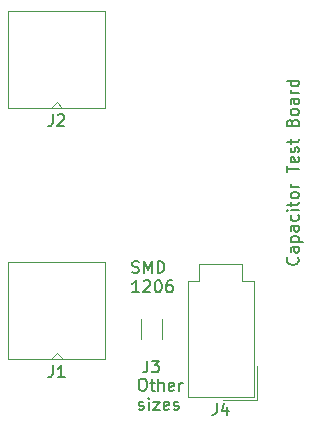
<source format=gbr>
%TF.GenerationSoftware,KiCad,Pcbnew,7.0.1*%
%TF.CreationDate,2023-11-03T16:47:46+00:00*%
%TF.ProjectId,SMA_Kondensator_Tets,534d415f-4b6f-46e6-9465-6e7361746f72,rev?*%
%TF.SameCoordinates,Original*%
%TF.FileFunction,Legend,Top*%
%TF.FilePolarity,Positive*%
%FSLAX46Y46*%
G04 Gerber Fmt 4.6, Leading zero omitted, Abs format (unit mm)*
G04 Created by KiCad (PCBNEW 7.0.1) date 2023-11-03 16:47:46*
%MOMM*%
%LPD*%
G01*
G04 APERTURE LIST*
%ADD10C,0.150000*%
%ADD11C,0.120000*%
G04 APERTURE END LIST*
D10*
X124818571Y-95477619D02*
X125009047Y-95477619D01*
X125009047Y-95477619D02*
X125104285Y-95525238D01*
X125104285Y-95525238D02*
X125199523Y-95620476D01*
X125199523Y-95620476D02*
X125247142Y-95810952D01*
X125247142Y-95810952D02*
X125247142Y-96144285D01*
X125247142Y-96144285D02*
X125199523Y-96334761D01*
X125199523Y-96334761D02*
X125104285Y-96430000D01*
X125104285Y-96430000D02*
X125009047Y-96477619D01*
X125009047Y-96477619D02*
X124818571Y-96477619D01*
X124818571Y-96477619D02*
X124723333Y-96430000D01*
X124723333Y-96430000D02*
X124628095Y-96334761D01*
X124628095Y-96334761D02*
X124580476Y-96144285D01*
X124580476Y-96144285D02*
X124580476Y-95810952D01*
X124580476Y-95810952D02*
X124628095Y-95620476D01*
X124628095Y-95620476D02*
X124723333Y-95525238D01*
X124723333Y-95525238D02*
X124818571Y-95477619D01*
X125532857Y-95810952D02*
X125913809Y-95810952D01*
X125675714Y-95477619D02*
X125675714Y-96334761D01*
X125675714Y-96334761D02*
X125723333Y-96430000D01*
X125723333Y-96430000D02*
X125818571Y-96477619D01*
X125818571Y-96477619D02*
X125913809Y-96477619D01*
X126247143Y-96477619D02*
X126247143Y-95477619D01*
X126675714Y-96477619D02*
X126675714Y-95953809D01*
X126675714Y-95953809D02*
X126628095Y-95858571D01*
X126628095Y-95858571D02*
X126532857Y-95810952D01*
X126532857Y-95810952D02*
X126390000Y-95810952D01*
X126390000Y-95810952D02*
X126294762Y-95858571D01*
X126294762Y-95858571D02*
X126247143Y-95906190D01*
X127532857Y-96430000D02*
X127437619Y-96477619D01*
X127437619Y-96477619D02*
X127247143Y-96477619D01*
X127247143Y-96477619D02*
X127151905Y-96430000D01*
X127151905Y-96430000D02*
X127104286Y-96334761D01*
X127104286Y-96334761D02*
X127104286Y-95953809D01*
X127104286Y-95953809D02*
X127151905Y-95858571D01*
X127151905Y-95858571D02*
X127247143Y-95810952D01*
X127247143Y-95810952D02*
X127437619Y-95810952D01*
X127437619Y-95810952D02*
X127532857Y-95858571D01*
X127532857Y-95858571D02*
X127580476Y-95953809D01*
X127580476Y-95953809D02*
X127580476Y-96049047D01*
X127580476Y-96049047D02*
X127104286Y-96144285D01*
X128009048Y-96477619D02*
X128009048Y-95810952D01*
X128009048Y-96001428D02*
X128056667Y-95906190D01*
X128056667Y-95906190D02*
X128104286Y-95858571D01*
X128104286Y-95858571D02*
X128199524Y-95810952D01*
X128199524Y-95810952D02*
X128294762Y-95810952D01*
X124580476Y-98050000D02*
X124675714Y-98097619D01*
X124675714Y-98097619D02*
X124866190Y-98097619D01*
X124866190Y-98097619D02*
X124961428Y-98050000D01*
X124961428Y-98050000D02*
X125009047Y-97954761D01*
X125009047Y-97954761D02*
X125009047Y-97907142D01*
X125009047Y-97907142D02*
X124961428Y-97811904D01*
X124961428Y-97811904D02*
X124866190Y-97764285D01*
X124866190Y-97764285D02*
X124723333Y-97764285D01*
X124723333Y-97764285D02*
X124628095Y-97716666D01*
X124628095Y-97716666D02*
X124580476Y-97621428D01*
X124580476Y-97621428D02*
X124580476Y-97573809D01*
X124580476Y-97573809D02*
X124628095Y-97478571D01*
X124628095Y-97478571D02*
X124723333Y-97430952D01*
X124723333Y-97430952D02*
X124866190Y-97430952D01*
X124866190Y-97430952D02*
X124961428Y-97478571D01*
X125437619Y-98097619D02*
X125437619Y-97430952D01*
X125437619Y-97097619D02*
X125390000Y-97145238D01*
X125390000Y-97145238D02*
X125437619Y-97192857D01*
X125437619Y-97192857D02*
X125485238Y-97145238D01*
X125485238Y-97145238D02*
X125437619Y-97097619D01*
X125437619Y-97097619D02*
X125437619Y-97192857D01*
X125818571Y-97430952D02*
X126342380Y-97430952D01*
X126342380Y-97430952D02*
X125818571Y-98097619D01*
X125818571Y-98097619D02*
X126342380Y-98097619D01*
X127104285Y-98050000D02*
X127009047Y-98097619D01*
X127009047Y-98097619D02*
X126818571Y-98097619D01*
X126818571Y-98097619D02*
X126723333Y-98050000D01*
X126723333Y-98050000D02*
X126675714Y-97954761D01*
X126675714Y-97954761D02*
X126675714Y-97573809D01*
X126675714Y-97573809D02*
X126723333Y-97478571D01*
X126723333Y-97478571D02*
X126818571Y-97430952D01*
X126818571Y-97430952D02*
X127009047Y-97430952D01*
X127009047Y-97430952D02*
X127104285Y-97478571D01*
X127104285Y-97478571D02*
X127151904Y-97573809D01*
X127151904Y-97573809D02*
X127151904Y-97669047D01*
X127151904Y-97669047D02*
X126675714Y-97764285D01*
X127532857Y-98050000D02*
X127628095Y-98097619D01*
X127628095Y-98097619D02*
X127818571Y-98097619D01*
X127818571Y-98097619D02*
X127913809Y-98050000D01*
X127913809Y-98050000D02*
X127961428Y-97954761D01*
X127961428Y-97954761D02*
X127961428Y-97907142D01*
X127961428Y-97907142D02*
X127913809Y-97811904D01*
X127913809Y-97811904D02*
X127818571Y-97764285D01*
X127818571Y-97764285D02*
X127675714Y-97764285D01*
X127675714Y-97764285D02*
X127580476Y-97716666D01*
X127580476Y-97716666D02*
X127532857Y-97621428D01*
X127532857Y-97621428D02*
X127532857Y-97573809D01*
X127532857Y-97573809D02*
X127580476Y-97478571D01*
X127580476Y-97478571D02*
X127675714Y-97430952D01*
X127675714Y-97430952D02*
X127818571Y-97430952D01*
X127818571Y-97430952D02*
X127913809Y-97478571D01*
X138022380Y-85200476D02*
X138070000Y-85248095D01*
X138070000Y-85248095D02*
X138117619Y-85390952D01*
X138117619Y-85390952D02*
X138117619Y-85486190D01*
X138117619Y-85486190D02*
X138070000Y-85629047D01*
X138070000Y-85629047D02*
X137974761Y-85724285D01*
X137974761Y-85724285D02*
X137879523Y-85771904D01*
X137879523Y-85771904D02*
X137689047Y-85819523D01*
X137689047Y-85819523D02*
X137546190Y-85819523D01*
X137546190Y-85819523D02*
X137355714Y-85771904D01*
X137355714Y-85771904D02*
X137260476Y-85724285D01*
X137260476Y-85724285D02*
X137165238Y-85629047D01*
X137165238Y-85629047D02*
X137117619Y-85486190D01*
X137117619Y-85486190D02*
X137117619Y-85390952D01*
X137117619Y-85390952D02*
X137165238Y-85248095D01*
X137165238Y-85248095D02*
X137212857Y-85200476D01*
X138117619Y-84343333D02*
X137593809Y-84343333D01*
X137593809Y-84343333D02*
X137498571Y-84390952D01*
X137498571Y-84390952D02*
X137450952Y-84486190D01*
X137450952Y-84486190D02*
X137450952Y-84676666D01*
X137450952Y-84676666D02*
X137498571Y-84771904D01*
X138070000Y-84343333D02*
X138117619Y-84438571D01*
X138117619Y-84438571D02*
X138117619Y-84676666D01*
X138117619Y-84676666D02*
X138070000Y-84771904D01*
X138070000Y-84771904D02*
X137974761Y-84819523D01*
X137974761Y-84819523D02*
X137879523Y-84819523D01*
X137879523Y-84819523D02*
X137784285Y-84771904D01*
X137784285Y-84771904D02*
X137736666Y-84676666D01*
X137736666Y-84676666D02*
X137736666Y-84438571D01*
X137736666Y-84438571D02*
X137689047Y-84343333D01*
X137450952Y-83867142D02*
X138450952Y-83867142D01*
X137498571Y-83867142D02*
X137450952Y-83771904D01*
X137450952Y-83771904D02*
X137450952Y-83581428D01*
X137450952Y-83581428D02*
X137498571Y-83486190D01*
X137498571Y-83486190D02*
X137546190Y-83438571D01*
X137546190Y-83438571D02*
X137641428Y-83390952D01*
X137641428Y-83390952D02*
X137927142Y-83390952D01*
X137927142Y-83390952D02*
X138022380Y-83438571D01*
X138022380Y-83438571D02*
X138070000Y-83486190D01*
X138070000Y-83486190D02*
X138117619Y-83581428D01*
X138117619Y-83581428D02*
X138117619Y-83771904D01*
X138117619Y-83771904D02*
X138070000Y-83867142D01*
X138117619Y-82533809D02*
X137593809Y-82533809D01*
X137593809Y-82533809D02*
X137498571Y-82581428D01*
X137498571Y-82581428D02*
X137450952Y-82676666D01*
X137450952Y-82676666D02*
X137450952Y-82867142D01*
X137450952Y-82867142D02*
X137498571Y-82962380D01*
X138070000Y-82533809D02*
X138117619Y-82629047D01*
X138117619Y-82629047D02*
X138117619Y-82867142D01*
X138117619Y-82867142D02*
X138070000Y-82962380D01*
X138070000Y-82962380D02*
X137974761Y-83009999D01*
X137974761Y-83009999D02*
X137879523Y-83009999D01*
X137879523Y-83009999D02*
X137784285Y-82962380D01*
X137784285Y-82962380D02*
X137736666Y-82867142D01*
X137736666Y-82867142D02*
X137736666Y-82629047D01*
X137736666Y-82629047D02*
X137689047Y-82533809D01*
X138070000Y-81629047D02*
X138117619Y-81724285D01*
X138117619Y-81724285D02*
X138117619Y-81914761D01*
X138117619Y-81914761D02*
X138070000Y-82009999D01*
X138070000Y-82009999D02*
X138022380Y-82057618D01*
X138022380Y-82057618D02*
X137927142Y-82105237D01*
X137927142Y-82105237D02*
X137641428Y-82105237D01*
X137641428Y-82105237D02*
X137546190Y-82057618D01*
X137546190Y-82057618D02*
X137498571Y-82009999D01*
X137498571Y-82009999D02*
X137450952Y-81914761D01*
X137450952Y-81914761D02*
X137450952Y-81724285D01*
X137450952Y-81724285D02*
X137498571Y-81629047D01*
X138117619Y-81200475D02*
X137450952Y-81200475D01*
X137117619Y-81200475D02*
X137165238Y-81248094D01*
X137165238Y-81248094D02*
X137212857Y-81200475D01*
X137212857Y-81200475D02*
X137165238Y-81152856D01*
X137165238Y-81152856D02*
X137117619Y-81200475D01*
X137117619Y-81200475D02*
X137212857Y-81200475D01*
X137450952Y-80867142D02*
X137450952Y-80486190D01*
X137117619Y-80724285D02*
X137974761Y-80724285D01*
X137974761Y-80724285D02*
X138070000Y-80676666D01*
X138070000Y-80676666D02*
X138117619Y-80581428D01*
X138117619Y-80581428D02*
X138117619Y-80486190D01*
X138117619Y-80009999D02*
X138070000Y-80105237D01*
X138070000Y-80105237D02*
X138022380Y-80152856D01*
X138022380Y-80152856D02*
X137927142Y-80200475D01*
X137927142Y-80200475D02*
X137641428Y-80200475D01*
X137641428Y-80200475D02*
X137546190Y-80152856D01*
X137546190Y-80152856D02*
X137498571Y-80105237D01*
X137498571Y-80105237D02*
X137450952Y-80009999D01*
X137450952Y-80009999D02*
X137450952Y-79867142D01*
X137450952Y-79867142D02*
X137498571Y-79771904D01*
X137498571Y-79771904D02*
X137546190Y-79724285D01*
X137546190Y-79724285D02*
X137641428Y-79676666D01*
X137641428Y-79676666D02*
X137927142Y-79676666D01*
X137927142Y-79676666D02*
X138022380Y-79724285D01*
X138022380Y-79724285D02*
X138070000Y-79771904D01*
X138070000Y-79771904D02*
X138117619Y-79867142D01*
X138117619Y-79867142D02*
X138117619Y-80009999D01*
X138117619Y-79248094D02*
X137450952Y-79248094D01*
X137641428Y-79248094D02*
X137546190Y-79200475D01*
X137546190Y-79200475D02*
X137498571Y-79152856D01*
X137498571Y-79152856D02*
X137450952Y-79057618D01*
X137450952Y-79057618D02*
X137450952Y-78962380D01*
X137117619Y-78009998D02*
X137117619Y-77438570D01*
X138117619Y-77724284D02*
X137117619Y-77724284D01*
X138070000Y-76724284D02*
X138117619Y-76819522D01*
X138117619Y-76819522D02*
X138117619Y-77009998D01*
X138117619Y-77009998D02*
X138070000Y-77105236D01*
X138070000Y-77105236D02*
X137974761Y-77152855D01*
X137974761Y-77152855D02*
X137593809Y-77152855D01*
X137593809Y-77152855D02*
X137498571Y-77105236D01*
X137498571Y-77105236D02*
X137450952Y-77009998D01*
X137450952Y-77009998D02*
X137450952Y-76819522D01*
X137450952Y-76819522D02*
X137498571Y-76724284D01*
X137498571Y-76724284D02*
X137593809Y-76676665D01*
X137593809Y-76676665D02*
X137689047Y-76676665D01*
X137689047Y-76676665D02*
X137784285Y-77152855D01*
X138070000Y-76295712D02*
X138117619Y-76200474D01*
X138117619Y-76200474D02*
X138117619Y-76009998D01*
X138117619Y-76009998D02*
X138070000Y-75914760D01*
X138070000Y-75914760D02*
X137974761Y-75867141D01*
X137974761Y-75867141D02*
X137927142Y-75867141D01*
X137927142Y-75867141D02*
X137831904Y-75914760D01*
X137831904Y-75914760D02*
X137784285Y-76009998D01*
X137784285Y-76009998D02*
X137784285Y-76152855D01*
X137784285Y-76152855D02*
X137736666Y-76248093D01*
X137736666Y-76248093D02*
X137641428Y-76295712D01*
X137641428Y-76295712D02*
X137593809Y-76295712D01*
X137593809Y-76295712D02*
X137498571Y-76248093D01*
X137498571Y-76248093D02*
X137450952Y-76152855D01*
X137450952Y-76152855D02*
X137450952Y-76009998D01*
X137450952Y-76009998D02*
X137498571Y-75914760D01*
X137450952Y-75581426D02*
X137450952Y-75200474D01*
X137117619Y-75438569D02*
X137974761Y-75438569D01*
X137974761Y-75438569D02*
X138070000Y-75390950D01*
X138070000Y-75390950D02*
X138117619Y-75295712D01*
X138117619Y-75295712D02*
X138117619Y-75200474D01*
X137593809Y-73771902D02*
X137641428Y-73629045D01*
X137641428Y-73629045D02*
X137689047Y-73581426D01*
X137689047Y-73581426D02*
X137784285Y-73533807D01*
X137784285Y-73533807D02*
X137927142Y-73533807D01*
X137927142Y-73533807D02*
X138022380Y-73581426D01*
X138022380Y-73581426D02*
X138070000Y-73629045D01*
X138070000Y-73629045D02*
X138117619Y-73724283D01*
X138117619Y-73724283D02*
X138117619Y-74105235D01*
X138117619Y-74105235D02*
X137117619Y-74105235D01*
X137117619Y-74105235D02*
X137117619Y-73771902D01*
X137117619Y-73771902D02*
X137165238Y-73676664D01*
X137165238Y-73676664D02*
X137212857Y-73629045D01*
X137212857Y-73629045D02*
X137308095Y-73581426D01*
X137308095Y-73581426D02*
X137403333Y-73581426D01*
X137403333Y-73581426D02*
X137498571Y-73629045D01*
X137498571Y-73629045D02*
X137546190Y-73676664D01*
X137546190Y-73676664D02*
X137593809Y-73771902D01*
X137593809Y-73771902D02*
X137593809Y-74105235D01*
X138117619Y-72962378D02*
X138070000Y-73057616D01*
X138070000Y-73057616D02*
X138022380Y-73105235D01*
X138022380Y-73105235D02*
X137927142Y-73152854D01*
X137927142Y-73152854D02*
X137641428Y-73152854D01*
X137641428Y-73152854D02*
X137546190Y-73105235D01*
X137546190Y-73105235D02*
X137498571Y-73057616D01*
X137498571Y-73057616D02*
X137450952Y-72962378D01*
X137450952Y-72962378D02*
X137450952Y-72819521D01*
X137450952Y-72819521D02*
X137498571Y-72724283D01*
X137498571Y-72724283D02*
X137546190Y-72676664D01*
X137546190Y-72676664D02*
X137641428Y-72629045D01*
X137641428Y-72629045D02*
X137927142Y-72629045D01*
X137927142Y-72629045D02*
X138022380Y-72676664D01*
X138022380Y-72676664D02*
X138070000Y-72724283D01*
X138070000Y-72724283D02*
X138117619Y-72819521D01*
X138117619Y-72819521D02*
X138117619Y-72962378D01*
X138117619Y-71771902D02*
X137593809Y-71771902D01*
X137593809Y-71771902D02*
X137498571Y-71819521D01*
X137498571Y-71819521D02*
X137450952Y-71914759D01*
X137450952Y-71914759D02*
X137450952Y-72105235D01*
X137450952Y-72105235D02*
X137498571Y-72200473D01*
X138070000Y-71771902D02*
X138117619Y-71867140D01*
X138117619Y-71867140D02*
X138117619Y-72105235D01*
X138117619Y-72105235D02*
X138070000Y-72200473D01*
X138070000Y-72200473D02*
X137974761Y-72248092D01*
X137974761Y-72248092D02*
X137879523Y-72248092D01*
X137879523Y-72248092D02*
X137784285Y-72200473D01*
X137784285Y-72200473D02*
X137736666Y-72105235D01*
X137736666Y-72105235D02*
X137736666Y-71867140D01*
X137736666Y-71867140D02*
X137689047Y-71771902D01*
X138117619Y-71295711D02*
X137450952Y-71295711D01*
X137641428Y-71295711D02*
X137546190Y-71248092D01*
X137546190Y-71248092D02*
X137498571Y-71200473D01*
X137498571Y-71200473D02*
X137450952Y-71105235D01*
X137450952Y-71105235D02*
X137450952Y-71009997D01*
X138117619Y-70248092D02*
X137117619Y-70248092D01*
X138070000Y-70248092D02*
X138117619Y-70343330D01*
X138117619Y-70343330D02*
X138117619Y-70533806D01*
X138117619Y-70533806D02*
X138070000Y-70629044D01*
X138070000Y-70629044D02*
X138022380Y-70676663D01*
X138022380Y-70676663D02*
X137927142Y-70724282D01*
X137927142Y-70724282D02*
X137641428Y-70724282D01*
X137641428Y-70724282D02*
X137546190Y-70676663D01*
X137546190Y-70676663D02*
X137498571Y-70629044D01*
X137498571Y-70629044D02*
X137450952Y-70533806D01*
X137450952Y-70533806D02*
X137450952Y-70343330D01*
X137450952Y-70343330D02*
X137498571Y-70248092D01*
X124030476Y-86470000D02*
X124173333Y-86517619D01*
X124173333Y-86517619D02*
X124411428Y-86517619D01*
X124411428Y-86517619D02*
X124506666Y-86470000D01*
X124506666Y-86470000D02*
X124554285Y-86422380D01*
X124554285Y-86422380D02*
X124601904Y-86327142D01*
X124601904Y-86327142D02*
X124601904Y-86231904D01*
X124601904Y-86231904D02*
X124554285Y-86136666D01*
X124554285Y-86136666D02*
X124506666Y-86089047D01*
X124506666Y-86089047D02*
X124411428Y-86041428D01*
X124411428Y-86041428D02*
X124220952Y-85993809D01*
X124220952Y-85993809D02*
X124125714Y-85946190D01*
X124125714Y-85946190D02*
X124078095Y-85898571D01*
X124078095Y-85898571D02*
X124030476Y-85803333D01*
X124030476Y-85803333D02*
X124030476Y-85708095D01*
X124030476Y-85708095D02*
X124078095Y-85612857D01*
X124078095Y-85612857D02*
X124125714Y-85565238D01*
X124125714Y-85565238D02*
X124220952Y-85517619D01*
X124220952Y-85517619D02*
X124459047Y-85517619D01*
X124459047Y-85517619D02*
X124601904Y-85565238D01*
X125030476Y-86517619D02*
X125030476Y-85517619D01*
X125030476Y-85517619D02*
X125363809Y-86231904D01*
X125363809Y-86231904D02*
X125697142Y-85517619D01*
X125697142Y-85517619D02*
X125697142Y-86517619D01*
X126173333Y-86517619D02*
X126173333Y-85517619D01*
X126173333Y-85517619D02*
X126411428Y-85517619D01*
X126411428Y-85517619D02*
X126554285Y-85565238D01*
X126554285Y-85565238D02*
X126649523Y-85660476D01*
X126649523Y-85660476D02*
X126697142Y-85755714D01*
X126697142Y-85755714D02*
X126744761Y-85946190D01*
X126744761Y-85946190D02*
X126744761Y-86089047D01*
X126744761Y-86089047D02*
X126697142Y-86279523D01*
X126697142Y-86279523D02*
X126649523Y-86374761D01*
X126649523Y-86374761D02*
X126554285Y-86470000D01*
X126554285Y-86470000D02*
X126411428Y-86517619D01*
X126411428Y-86517619D02*
X126173333Y-86517619D01*
X124601904Y-88137619D02*
X124030476Y-88137619D01*
X124316190Y-88137619D02*
X124316190Y-87137619D01*
X124316190Y-87137619D02*
X124220952Y-87280476D01*
X124220952Y-87280476D02*
X124125714Y-87375714D01*
X124125714Y-87375714D02*
X124030476Y-87423333D01*
X124982857Y-87232857D02*
X125030476Y-87185238D01*
X125030476Y-87185238D02*
X125125714Y-87137619D01*
X125125714Y-87137619D02*
X125363809Y-87137619D01*
X125363809Y-87137619D02*
X125459047Y-87185238D01*
X125459047Y-87185238D02*
X125506666Y-87232857D01*
X125506666Y-87232857D02*
X125554285Y-87328095D01*
X125554285Y-87328095D02*
X125554285Y-87423333D01*
X125554285Y-87423333D02*
X125506666Y-87566190D01*
X125506666Y-87566190D02*
X124935238Y-88137619D01*
X124935238Y-88137619D02*
X125554285Y-88137619D01*
X126173333Y-87137619D02*
X126268571Y-87137619D01*
X126268571Y-87137619D02*
X126363809Y-87185238D01*
X126363809Y-87185238D02*
X126411428Y-87232857D01*
X126411428Y-87232857D02*
X126459047Y-87328095D01*
X126459047Y-87328095D02*
X126506666Y-87518571D01*
X126506666Y-87518571D02*
X126506666Y-87756666D01*
X126506666Y-87756666D02*
X126459047Y-87947142D01*
X126459047Y-87947142D02*
X126411428Y-88042380D01*
X126411428Y-88042380D02*
X126363809Y-88090000D01*
X126363809Y-88090000D02*
X126268571Y-88137619D01*
X126268571Y-88137619D02*
X126173333Y-88137619D01*
X126173333Y-88137619D02*
X126078095Y-88090000D01*
X126078095Y-88090000D02*
X126030476Y-88042380D01*
X126030476Y-88042380D02*
X125982857Y-87947142D01*
X125982857Y-87947142D02*
X125935238Y-87756666D01*
X125935238Y-87756666D02*
X125935238Y-87518571D01*
X125935238Y-87518571D02*
X125982857Y-87328095D01*
X125982857Y-87328095D02*
X126030476Y-87232857D01*
X126030476Y-87232857D02*
X126078095Y-87185238D01*
X126078095Y-87185238D02*
X126173333Y-87137619D01*
X127363809Y-87137619D02*
X127173333Y-87137619D01*
X127173333Y-87137619D02*
X127078095Y-87185238D01*
X127078095Y-87185238D02*
X127030476Y-87232857D01*
X127030476Y-87232857D02*
X126935238Y-87375714D01*
X126935238Y-87375714D02*
X126887619Y-87566190D01*
X126887619Y-87566190D02*
X126887619Y-87947142D01*
X126887619Y-87947142D02*
X126935238Y-88042380D01*
X126935238Y-88042380D02*
X126982857Y-88090000D01*
X126982857Y-88090000D02*
X127078095Y-88137619D01*
X127078095Y-88137619D02*
X127268571Y-88137619D01*
X127268571Y-88137619D02*
X127363809Y-88090000D01*
X127363809Y-88090000D02*
X127411428Y-88042380D01*
X127411428Y-88042380D02*
X127459047Y-87947142D01*
X127459047Y-87947142D02*
X127459047Y-87709047D01*
X127459047Y-87709047D02*
X127411428Y-87613809D01*
X127411428Y-87613809D02*
X127363809Y-87566190D01*
X127363809Y-87566190D02*
X127268571Y-87518571D01*
X127268571Y-87518571D02*
X127078095Y-87518571D01*
X127078095Y-87518571D02*
X126982857Y-87566190D01*
X126982857Y-87566190D02*
X126935238Y-87613809D01*
X126935238Y-87613809D02*
X126887619Y-87709047D01*
%TO.C,J2*%
X117286666Y-73092619D02*
X117286666Y-73806904D01*
X117286666Y-73806904D02*
X117239047Y-73949761D01*
X117239047Y-73949761D02*
X117143809Y-74045000D01*
X117143809Y-74045000D02*
X117000952Y-74092619D01*
X117000952Y-74092619D02*
X116905714Y-74092619D01*
X117715238Y-73187857D02*
X117762857Y-73140238D01*
X117762857Y-73140238D02*
X117858095Y-73092619D01*
X117858095Y-73092619D02*
X118096190Y-73092619D01*
X118096190Y-73092619D02*
X118191428Y-73140238D01*
X118191428Y-73140238D02*
X118239047Y-73187857D01*
X118239047Y-73187857D02*
X118286666Y-73283095D01*
X118286666Y-73283095D02*
X118286666Y-73378333D01*
X118286666Y-73378333D02*
X118239047Y-73521190D01*
X118239047Y-73521190D02*
X117667619Y-74092619D01*
X117667619Y-74092619D02*
X118286666Y-74092619D01*
%TO.C,J1*%
X117316666Y-94342619D02*
X117316666Y-95056904D01*
X117316666Y-95056904D02*
X117269047Y-95199761D01*
X117269047Y-95199761D02*
X117173809Y-95295000D01*
X117173809Y-95295000D02*
X117030952Y-95342619D01*
X117030952Y-95342619D02*
X116935714Y-95342619D01*
X118316666Y-95342619D02*
X117745238Y-95342619D01*
X118030952Y-95342619D02*
X118030952Y-94342619D01*
X118030952Y-94342619D02*
X117935714Y-94485476D01*
X117935714Y-94485476D02*
X117840476Y-94580714D01*
X117840476Y-94580714D02*
X117745238Y-94628333D01*
%TO.C,J4*%
X131166666Y-97542619D02*
X131166666Y-98256904D01*
X131166666Y-98256904D02*
X131119047Y-98399761D01*
X131119047Y-98399761D02*
X131023809Y-98495000D01*
X131023809Y-98495000D02*
X130880952Y-98542619D01*
X130880952Y-98542619D02*
X130785714Y-98542619D01*
X132071428Y-97875952D02*
X132071428Y-98542619D01*
X131833333Y-97495000D02*
X131595238Y-98209285D01*
X131595238Y-98209285D02*
X132214285Y-98209285D01*
%TO.C,J3*%
X125296666Y-93942619D02*
X125296666Y-94656904D01*
X125296666Y-94656904D02*
X125249047Y-94799761D01*
X125249047Y-94799761D02*
X125153809Y-94895000D01*
X125153809Y-94895000D02*
X125010952Y-94942619D01*
X125010952Y-94942619D02*
X124915714Y-94942619D01*
X125677619Y-93942619D02*
X126296666Y-93942619D01*
X126296666Y-93942619D02*
X125963333Y-94323571D01*
X125963333Y-94323571D02*
X126106190Y-94323571D01*
X126106190Y-94323571D02*
X126201428Y-94371190D01*
X126201428Y-94371190D02*
X126249047Y-94418809D01*
X126249047Y-94418809D02*
X126296666Y-94514047D01*
X126296666Y-94514047D02*
X126296666Y-94752142D01*
X126296666Y-94752142D02*
X126249047Y-94847380D01*
X126249047Y-94847380D02*
X126201428Y-94895000D01*
X126201428Y-94895000D02*
X126106190Y-94942619D01*
X126106190Y-94942619D02*
X125820476Y-94942619D01*
X125820476Y-94942619D02*
X125725238Y-94895000D01*
X125725238Y-94895000D02*
X125677619Y-94847380D01*
D11*
%TO.C,J2*%
X113520000Y-72530000D02*
X121720000Y-72530000D01*
X113520000Y-72530000D02*
X113520000Y-64330000D01*
X118120000Y-72530000D02*
X117620000Y-72030000D01*
X121720000Y-72530000D02*
X121720000Y-64330000D01*
X117620000Y-72030000D02*
X117120000Y-72530000D01*
X113520000Y-64330000D02*
X121720000Y-64330000D01*
%TO.C,J1*%
X113550000Y-93780000D02*
X121750000Y-93780000D01*
X113550000Y-93780000D02*
X113550000Y-85580000D01*
X118150000Y-93780000D02*
X117650000Y-93280000D01*
X121750000Y-93780000D02*
X121750000Y-85580000D01*
X117650000Y-93280000D02*
X117150000Y-93780000D01*
X113550000Y-85580000D02*
X121750000Y-85580000D01*
%TO.C,J4*%
X134580000Y-97240000D02*
X134580000Y-94390000D01*
X134340000Y-97000000D02*
X134340000Y-87180000D01*
X134340000Y-87180000D02*
X133340000Y-87180000D01*
X133340000Y-87180000D02*
X133340000Y-85780000D01*
X133340000Y-85780000D02*
X131530000Y-85780000D01*
X131730000Y-97240000D02*
X134580000Y-97240000D01*
X131530000Y-97000000D02*
X134340000Y-97000000D01*
X131530000Y-97000000D02*
X128720000Y-97000000D01*
X129720000Y-87180000D02*
X129720000Y-85780000D01*
X129720000Y-85780000D02*
X131530000Y-85780000D01*
X128720000Y-97000000D02*
X128720000Y-87180000D01*
X128720000Y-87180000D02*
X129720000Y-87180000D01*
%TO.C,J3*%
X124750000Y-92105242D02*
X124750000Y-90434758D01*
X126570000Y-92105242D02*
X126570000Y-90434758D01*
%TD*%
M02*

</source>
